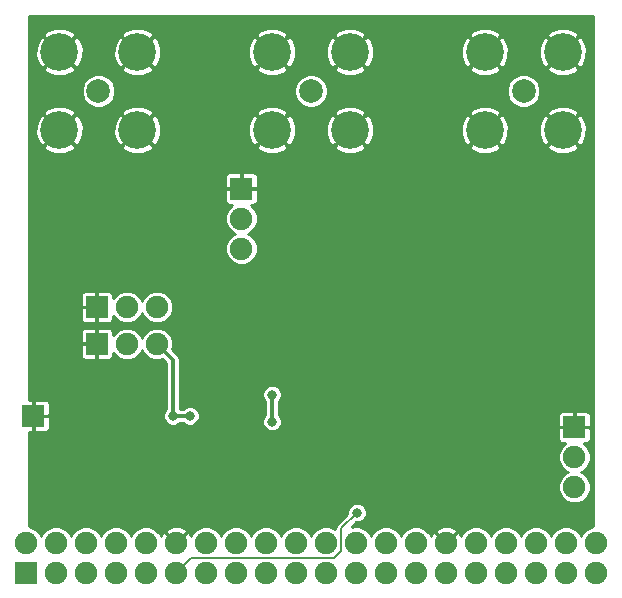
<source format=gbl>
%TF.GenerationSoftware,KiCad,Pcbnew,no-vcs-found-0b1eb56~60~ubuntu16.04.1*%
%TF.CreationDate,2017-11-02T03:22:39+00:00*%
%TF.ProjectId,adcdac,6164636461632E6B696361645F706362,rev?*%
%TF.SameCoordinates,Original*%
%TF.FileFunction,Copper,L2,Bot,Signal*%
%TF.FilePolarity,Positive*%
%FSLAX46Y46*%
G04 Gerber Fmt 4.6, Leading zero omitted, Abs format (unit mm)*
G04 Created by KiCad (PCBNEW no-vcs-found-0b1eb56~60~ubuntu16.04.1) date Thu Nov  2 03:22:39 2017*
%MOMM*%
%LPD*%
G01*
G04 APERTURE LIST*
%TA.AperFunction,ComponentPad*%
%ADD10R,1.900000X1.900000*%
%TD*%
%TA.AperFunction,ComponentPad*%
%ADD11C,1.900000*%
%TD*%
%TA.AperFunction,ViaPad*%
%ADD12C,0.650000*%
%TD*%
%TA.AperFunction,ComponentPad*%
%ADD13C,3.200000*%
%TD*%
%TA.AperFunction,ComponentPad*%
%ADD14C,2.000000*%
%TD*%
%TA.AperFunction,ViaPad*%
%ADD15C,0.800000*%
%TD*%
%TA.AperFunction,Conductor*%
%ADD16C,0.300000*%
%TD*%
%TA.AperFunction,Conductor*%
%ADD17C,0.200000*%
%TD*%
%TA.AperFunction,Conductor*%
%ADD18C,0.250000*%
%TD*%
G04 APERTURE END LIST*
D10*
%TO.P,J6,1*%
%TO.N,GND*%
X76500000Y-138000000D03*
%TD*%
D11*
%TO.P,J4,3*%
%TO.N,/ADC_VDD*%
X86940000Y-128800000D03*
%TO.P,J4,2*%
%TO.N,Net-(IC9-Pad8)*%
X84400000Y-128800000D03*
D10*
%TO.P,J4,1*%
%TO.N,GND*%
X81860000Y-128800000D03*
%TD*%
%TO.P,J3,1*%
%TO.N,GND*%
X81860000Y-131900000D03*
D11*
%TO.P,J3,2*%
%TO.N,Net-(IC9-Pad9)*%
X84400000Y-131900000D03*
%TO.P,J3,3*%
%TO.N,/ADC_VDD*%
X86940000Y-131900000D03*
%TD*%
D12*
%TO.N,GND*%
%TO.C,IC7*%
X101175000Y-138325000D03*
X100225000Y-138325000D03*
X101175000Y-139275000D03*
X100225000Y-139275000D03*
%TD*%
D13*
%TO.P,P2,2*%
%TO.N,GND*%
X78700000Y-107200000D03*
D14*
%TO.P,P2,1*%
%TO.N,Net-(D2-Pad1)*%
X82000000Y-110500000D03*
D13*
%TO.P,P2,2*%
%TO.N,GND*%
X85300000Y-107200000D03*
X78700000Y-113800000D03*
X85300000Y-113800000D03*
%TD*%
%TO.P,P3,2*%
%TO.N,GND*%
X121300000Y-113800000D03*
X114700000Y-113800000D03*
X121300000Y-107200000D03*
D14*
%TO.P,P3,1*%
%TO.N,Net-(D3-Pad1)*%
X118000000Y-110500000D03*
D13*
%TO.P,P3,2*%
%TO.N,GND*%
X114700000Y-107200000D03*
%TD*%
%TO.P,P1,2*%
%TO.N,GND*%
X96700000Y-107200000D03*
D14*
%TO.P,P1,1*%
%TO.N,Net-(D1-Pad1)*%
X100000000Y-110500000D03*
D13*
%TO.P,P1,2*%
%TO.N,GND*%
X103300000Y-107200000D03*
X96700000Y-113800000D03*
X103300000Y-113800000D03*
%TD*%
D10*
%TO.P,J1,1*%
%TO.N,/GPIO0_IN0*%
X75870000Y-151270000D03*
D11*
%TO.P,J1,2*%
%TO.N,/GPIO0_00*%
X75870000Y-148730000D03*
%TO.P,J1,3*%
%TO.N,/GPIO0_IN1*%
X78410000Y-151270000D03*
%TO.P,J1,4*%
%TO.N,/GPIO0_01*%
X78410000Y-148730000D03*
%TO.P,J1,5*%
%TO.N,/GPIO0_02*%
X80950000Y-151270000D03*
%TO.P,J1,6*%
%TO.N,/GPIO0_03*%
X80950000Y-148730000D03*
%TO.P,J1,7*%
%TO.N,/GPIO0_04*%
X83490000Y-151270000D03*
%TO.P,J1,8*%
%TO.N,/GPIO0_05*%
X83490000Y-148730000D03*
%TO.P,J1,9*%
%TO.N,/GPIO0_06*%
X86030000Y-151270000D03*
%TO.P,J1,10*%
%TO.N,/GPIO0_07*%
X86030000Y-148730000D03*
%TO.P,J1,11*%
%TO.N,5v*%
X88570000Y-151270000D03*
%TO.P,J1,12*%
%TO.N,GND*%
X88570000Y-148730000D03*
%TO.P,J1,13*%
%TO.N,/GPIO0_08*%
X91110000Y-151270000D03*
%TO.P,J1,14*%
%TO.N,/GPIO0_09*%
X91110000Y-148730000D03*
%TO.P,J1,15*%
%TO.N,/GPIO0_10*%
X93650000Y-151270000D03*
%TO.P,J1,16*%
%TO.N,/GPIO0_11*%
X93650000Y-148730000D03*
%TO.P,J1,17*%
%TO.N,/GPIO0_12*%
X96190000Y-151270000D03*
%TO.P,J1,18*%
%TO.N,/GPIO0_13*%
X96190000Y-148730000D03*
%TO.P,J1,19*%
%TO.N,/GPIO0_14*%
X98730000Y-151270000D03*
%TO.P,J1,20*%
%TO.N,/GPIO0_15*%
X98730000Y-148730000D03*
%TO.P,J1,21*%
%TO.N,/GPIO0_16*%
X101270000Y-151270000D03*
%TO.P,J1,22*%
%TO.N,/GPIO0_17*%
X101270000Y-148730000D03*
%TO.P,J1,23*%
%TO.N,/GPIO0_18*%
X103810000Y-151270000D03*
%TO.P,J1,24*%
%TO.N,/GPIO0_19*%
X103810000Y-148730000D03*
%TO.P,J1,25*%
%TO.N,/GPIO0_20*%
X106350000Y-151270000D03*
%TO.P,J1,26*%
%TO.N,/GPIO0_21*%
X106350000Y-148730000D03*
%TO.P,J1,27*%
%TO.N,/GPIO0_22*%
X108890000Y-151270000D03*
%TO.P,J1,28*%
%TO.N,/GPIO0_23*%
X108890000Y-148730000D03*
%TO.P,J1,29*%
%TO.N,Net-(J1-Pad29)*%
X111430000Y-151270000D03*
%TO.P,J1,30*%
%TO.N,GND*%
X111430000Y-148730000D03*
%TO.P,J1,31*%
%TO.N,/GPIO0_24*%
X113970000Y-151270000D03*
%TO.P,J1,32*%
%TO.N,/GPIO0_25*%
X113970000Y-148730000D03*
%TO.P,J1,33*%
%TO.N,/GPIO0_26*%
X116510000Y-151270000D03*
%TO.P,J1,34*%
%TO.N,/GPIO0_27*%
X116510000Y-148730000D03*
%TO.P,J1,35*%
%TO.N,/GPIO0_28*%
X119050000Y-151270000D03*
%TO.P,J1,36*%
%TO.N,/GPIO0_29*%
X119050000Y-148730000D03*
%TO.P,J1,37*%
%TO.N,/GPIO0_30*%
X121590000Y-151270000D03*
%TO.P,J1,38*%
%TO.N,/GPIO0_31*%
X121590000Y-148730000D03*
%TO.P,J1,39*%
%TO.N,/GPIO0_32*%
X124130000Y-151270000D03*
%TO.P,J1,40*%
%TO.N,/GPIO0_33*%
X124130000Y-148730000D03*
%TD*%
%TO.P,J2,3*%
%TO.N,/DAC_DVDD*%
X122300000Y-144040000D03*
%TO.P,J2,2*%
%TO.N,Net-(IC5-Pad25)*%
X122300000Y-141500000D03*
D10*
%TO.P,J2,1*%
%TO.N,GND*%
X122300000Y-138960000D03*
%TD*%
%TO.P,J5,1*%
%TO.N,GND*%
X94100000Y-118760000D03*
D11*
%TO.P,J5,2*%
%TO.N,Net-(IC9-Pad4)*%
X94100000Y-121300000D03*
%TO.P,J5,3*%
%TO.N,/ADC_VDD*%
X94100000Y-123840000D03*
%TD*%
D15*
%TO.N,GND*%
X109400000Y-129100000D03*
X109150000Y-142200000D03*
X115400000Y-126350000D03*
X122450000Y-130500000D03*
X122600000Y-125150000D03*
X118450000Y-134750000D03*
X118450000Y-134750000D03*
X112700000Y-135900000D03*
X119350000Y-135350000D03*
X123500000Y-136150000D03*
X103700000Y-128100000D03*
X105600000Y-127900000D03*
X102100000Y-131500000D03*
X79700000Y-136900000D03*
X89250000Y-130550000D03*
X86150000Y-123900000D03*
X80500000Y-118850000D03*
X79000000Y-118850000D03*
X77500000Y-118850000D03*
X79000000Y-125850000D03*
X97950000Y-125850000D03*
X105200000Y-123900000D03*
X99400000Y-118850000D03*
X97900000Y-118850000D03*
X96400000Y-118850000D03*
X108500000Y-135700000D03*
X105700000Y-138600000D03*
X102600000Y-142700000D03*
X102600000Y-139600000D03*
X109300000Y-137700000D03*
X102600000Y-138100000D03*
X95000000Y-134300000D03*
X97900000Y-141300000D03*
X80800000Y-139700000D03*
X90500000Y-145600000D03*
X89700000Y-146200000D03*
X88300000Y-146200000D03*
X87500000Y-145600000D03*
X98100000Y-128100000D03*
X99700000Y-130600000D03*
X85500000Y-135800000D03*
X92500000Y-135800000D03*
X91700000Y-139100000D03*
X86400000Y-139100000D03*
X112100000Y-139500000D03*
X116000000Y-139500000D03*
X118600000Y-139500000D03*
X120100000Y-143900000D03*
%TO.N,/ADC_VDD*%
X88300001Y-138000000D03*
X89750001Y-138000000D03*
X96700000Y-136200000D03*
X96700000Y-138500000D03*
%TO.N,5v*%
X103900000Y-146200000D03*
%TD*%
D16*
%TO.N,/ADC_VDD*%
X86940000Y-131900000D02*
X88300001Y-133260001D01*
X88300001Y-133260001D02*
X88300001Y-138000000D01*
X89750001Y-138000000D02*
X88300001Y-138000000D01*
X96700000Y-138500000D02*
X96700000Y-136200000D01*
D17*
%TO.N,5v*%
X101980001Y-150019999D02*
X102559999Y-149440001D01*
X102559999Y-149440001D02*
X102559999Y-147540001D01*
X102559999Y-147540001D02*
X103900000Y-146200000D01*
X89820001Y-150019999D02*
X101980001Y-150019999D01*
X88570000Y-151270000D02*
X89820001Y-150019999D01*
%TD*%
D18*
%TO.N,GND*%
G36*
X123875000Y-147354777D02*
X123857695Y-147354762D01*
X123352143Y-147563652D01*
X122965011Y-147950108D01*
X122860001Y-148203001D01*
X122756348Y-147952143D01*
X122369892Y-147565011D01*
X121864704Y-147355239D01*
X121317695Y-147354762D01*
X120812143Y-147563652D01*
X120425011Y-147950108D01*
X120320001Y-148203001D01*
X120216348Y-147952143D01*
X119829892Y-147565011D01*
X119324704Y-147355239D01*
X118777695Y-147354762D01*
X118272143Y-147563652D01*
X117885011Y-147950108D01*
X117780001Y-148203001D01*
X117676348Y-147952143D01*
X117289892Y-147565011D01*
X116784704Y-147355239D01*
X116237695Y-147354762D01*
X115732143Y-147563652D01*
X115345011Y-147950108D01*
X115240001Y-148203001D01*
X115136348Y-147952143D01*
X114749892Y-147565011D01*
X114244704Y-147355239D01*
X113697695Y-147354762D01*
X113192143Y-147563652D01*
X112805011Y-147950108D01*
X112700186Y-148202556D01*
X112612097Y-147976290D01*
X112578706Y-147926318D01*
X112363697Y-147831658D01*
X111465355Y-148730000D01*
X111479498Y-148744143D01*
X111444143Y-148779498D01*
X111430000Y-148765355D01*
X111415858Y-148779498D01*
X111380503Y-148744143D01*
X111394645Y-148730000D01*
X110496303Y-147831658D01*
X110281294Y-147926318D01*
X110159843Y-148202620D01*
X110056348Y-147952143D01*
X109900781Y-147796303D01*
X110531658Y-147796303D01*
X111430000Y-148694645D01*
X112328342Y-147796303D01*
X112233682Y-147581294D01*
X111732915Y-147361178D01*
X111186031Y-147349453D01*
X110676290Y-147547903D01*
X110626318Y-147581294D01*
X110531658Y-147796303D01*
X109900781Y-147796303D01*
X109669892Y-147565011D01*
X109164704Y-147355239D01*
X108617695Y-147354762D01*
X108112143Y-147563652D01*
X107725011Y-147950108D01*
X107620001Y-148203001D01*
X107516348Y-147952143D01*
X107129892Y-147565011D01*
X106624704Y-147355239D01*
X106077695Y-147354762D01*
X105572143Y-147563652D01*
X105185011Y-147950108D01*
X105080001Y-148203001D01*
X104976348Y-147952143D01*
X104589892Y-147565011D01*
X104084704Y-147355239D01*
X103537695Y-147354762D01*
X103452497Y-147389965D01*
X103817533Y-147024929D01*
X104063383Y-147025143D01*
X104366715Y-146899809D01*
X104598993Y-146667935D01*
X104724857Y-146364823D01*
X104725143Y-146036617D01*
X104599809Y-145733285D01*
X104367935Y-145501007D01*
X104064823Y-145375143D01*
X103736617Y-145374857D01*
X103433285Y-145500191D01*
X103201007Y-145732065D01*
X103075143Y-146035177D01*
X103074927Y-146282611D01*
X102188768Y-147168770D01*
X102074962Y-147339092D01*
X102034999Y-147540001D01*
X102034999Y-147558827D01*
X101544704Y-147355239D01*
X100997695Y-147354762D01*
X100492143Y-147563652D01*
X100105011Y-147950108D01*
X100000001Y-148203001D01*
X99896348Y-147952143D01*
X99509892Y-147565011D01*
X99004704Y-147355239D01*
X98457695Y-147354762D01*
X97952143Y-147563652D01*
X97565011Y-147950108D01*
X97460001Y-148203001D01*
X97356348Y-147952143D01*
X96969892Y-147565011D01*
X96464704Y-147355239D01*
X95917695Y-147354762D01*
X95412143Y-147563652D01*
X95025011Y-147950108D01*
X94920001Y-148203001D01*
X94816348Y-147952143D01*
X94429892Y-147565011D01*
X93924704Y-147355239D01*
X93377695Y-147354762D01*
X92872143Y-147563652D01*
X92485011Y-147950108D01*
X92380001Y-148203001D01*
X92276348Y-147952143D01*
X91889892Y-147565011D01*
X91384704Y-147355239D01*
X90837695Y-147354762D01*
X90332143Y-147563652D01*
X89945011Y-147950108D01*
X89840186Y-148202556D01*
X89752097Y-147976290D01*
X89718706Y-147926318D01*
X89503697Y-147831658D01*
X88605355Y-148730000D01*
X88619498Y-148744143D01*
X88584143Y-148779498D01*
X88570000Y-148765355D01*
X88555858Y-148779498D01*
X88520503Y-148744143D01*
X88534645Y-148730000D01*
X87636303Y-147831658D01*
X87421294Y-147926318D01*
X87299843Y-148202620D01*
X87196348Y-147952143D01*
X87040781Y-147796303D01*
X87671658Y-147796303D01*
X88570000Y-148694645D01*
X89468342Y-147796303D01*
X89373682Y-147581294D01*
X88872915Y-147361178D01*
X88326031Y-147349453D01*
X87816290Y-147547903D01*
X87766318Y-147581294D01*
X87671658Y-147796303D01*
X87040781Y-147796303D01*
X86809892Y-147565011D01*
X86304704Y-147355239D01*
X85757695Y-147354762D01*
X85252143Y-147563652D01*
X84865011Y-147950108D01*
X84760001Y-148203001D01*
X84656348Y-147952143D01*
X84269892Y-147565011D01*
X83764704Y-147355239D01*
X83217695Y-147354762D01*
X82712143Y-147563652D01*
X82325011Y-147950108D01*
X82220001Y-148203001D01*
X82116348Y-147952143D01*
X81729892Y-147565011D01*
X81224704Y-147355239D01*
X80677695Y-147354762D01*
X80172143Y-147563652D01*
X79785011Y-147950108D01*
X79680001Y-148203001D01*
X79576348Y-147952143D01*
X79189892Y-147565011D01*
X78684704Y-147355239D01*
X78137695Y-147354762D01*
X77632143Y-147563652D01*
X77245011Y-147950108D01*
X77140001Y-148203001D01*
X77036348Y-147952143D01*
X76649892Y-147565011D01*
X76144704Y-147355239D01*
X76125000Y-147355222D01*
X76125000Y-141772305D01*
X120924762Y-141772305D01*
X121133652Y-142277857D01*
X121520108Y-142664989D01*
X121773001Y-142769999D01*
X121522143Y-142873652D01*
X121135011Y-143260108D01*
X120925239Y-143765296D01*
X120924762Y-144312305D01*
X121133652Y-144817857D01*
X121520108Y-145204989D01*
X122025296Y-145414761D01*
X122572305Y-145415238D01*
X123077857Y-145206348D01*
X123464989Y-144819892D01*
X123674761Y-144314704D01*
X123675238Y-143767695D01*
X123466348Y-143262143D01*
X123079892Y-142875011D01*
X122826999Y-142770001D01*
X123077857Y-142666348D01*
X123464989Y-142279892D01*
X123674761Y-141774704D01*
X123675238Y-141227695D01*
X123466348Y-140722143D01*
X123079892Y-140335011D01*
X123079866Y-140335000D01*
X123334538Y-140335000D01*
X123490743Y-140270298D01*
X123610298Y-140150743D01*
X123675000Y-139994538D01*
X123675000Y-139091250D01*
X123568750Y-138985000D01*
X122325000Y-138985000D01*
X122325000Y-139005000D01*
X122275000Y-139005000D01*
X122275000Y-138985000D01*
X121031250Y-138985000D01*
X120925000Y-139091250D01*
X120925000Y-139994538D01*
X120989702Y-140150743D01*
X121109257Y-140270298D01*
X121265462Y-140335000D01*
X121520793Y-140335000D01*
X121135011Y-140720108D01*
X120925239Y-141225296D01*
X120924762Y-141772305D01*
X76125000Y-141772305D01*
X76125000Y-139375000D01*
X76368750Y-139375000D01*
X76475000Y-139268750D01*
X76475000Y-138025000D01*
X76525000Y-138025000D01*
X76525000Y-139268750D01*
X76631250Y-139375000D01*
X77534538Y-139375000D01*
X77690743Y-139310298D01*
X77810298Y-139190743D01*
X77875000Y-139034538D01*
X77875000Y-138131250D01*
X77768750Y-138025000D01*
X76525000Y-138025000D01*
X76475000Y-138025000D01*
X76455000Y-138025000D01*
X76455000Y-137975000D01*
X76475000Y-137975000D01*
X76475000Y-136731250D01*
X76525000Y-136731250D01*
X76525000Y-137975000D01*
X77768750Y-137975000D01*
X77875000Y-137868750D01*
X77875000Y-136965462D01*
X77810298Y-136809257D01*
X77690743Y-136689702D01*
X77534538Y-136625000D01*
X76631250Y-136625000D01*
X76525000Y-136731250D01*
X76475000Y-136731250D01*
X76368750Y-136625000D01*
X76125000Y-136625000D01*
X76125000Y-132031250D01*
X80485000Y-132031250D01*
X80485000Y-132934538D01*
X80549702Y-133090743D01*
X80669257Y-133210298D01*
X80825462Y-133275000D01*
X81728750Y-133275000D01*
X81835000Y-133168750D01*
X81835000Y-131925000D01*
X80591250Y-131925000D01*
X80485000Y-132031250D01*
X76125000Y-132031250D01*
X76125000Y-130865462D01*
X80485000Y-130865462D01*
X80485000Y-131768750D01*
X80591250Y-131875000D01*
X81835000Y-131875000D01*
X81835000Y-130631250D01*
X81885000Y-130631250D01*
X81885000Y-131875000D01*
X81905000Y-131875000D01*
X81905000Y-131925000D01*
X81885000Y-131925000D01*
X81885000Y-133168750D01*
X81991250Y-133275000D01*
X82894538Y-133275000D01*
X83050743Y-133210298D01*
X83170298Y-133090743D01*
X83235000Y-132934538D01*
X83235000Y-132679207D01*
X83620108Y-133064989D01*
X84125296Y-133274761D01*
X84672305Y-133275238D01*
X85177857Y-133066348D01*
X85564989Y-132679892D01*
X85669999Y-132426999D01*
X85773652Y-132677857D01*
X86160108Y-133064989D01*
X86665296Y-133274761D01*
X87212305Y-133275238D01*
X87417345Y-133190517D01*
X87725001Y-133498173D01*
X87725001Y-137408288D01*
X87601008Y-137532065D01*
X87475144Y-137835177D01*
X87474858Y-138163383D01*
X87600192Y-138466715D01*
X87832066Y-138698993D01*
X88135178Y-138824857D01*
X88463384Y-138825143D01*
X88766716Y-138699809D01*
X88891742Y-138575000D01*
X89158289Y-138575000D01*
X89282066Y-138698993D01*
X89585178Y-138824857D01*
X89913384Y-138825143D01*
X90216716Y-138699809D01*
X90448994Y-138467935D01*
X90574858Y-138164823D01*
X90575144Y-137836617D01*
X90449810Y-137533285D01*
X90217936Y-137301007D01*
X89914824Y-137175143D01*
X89586618Y-137174857D01*
X89283286Y-137300191D01*
X89158260Y-137425000D01*
X88891713Y-137425000D01*
X88875001Y-137408259D01*
X88875001Y-136363383D01*
X95874857Y-136363383D01*
X96000191Y-136666715D01*
X96125000Y-136791741D01*
X96125000Y-137908288D01*
X96001007Y-138032065D01*
X95875143Y-138335177D01*
X95874857Y-138663383D01*
X96000191Y-138966715D01*
X96232065Y-139198993D01*
X96535177Y-139324857D01*
X96863383Y-139325143D01*
X97166715Y-139199809D01*
X97398993Y-138967935D01*
X97524857Y-138664823D01*
X97525143Y-138336617D01*
X97399809Y-138033285D01*
X97292174Y-137925462D01*
X120925000Y-137925462D01*
X120925000Y-138828750D01*
X121031250Y-138935000D01*
X122275000Y-138935000D01*
X122275000Y-137691250D01*
X122325000Y-137691250D01*
X122325000Y-138935000D01*
X123568750Y-138935000D01*
X123675000Y-138828750D01*
X123675000Y-137925462D01*
X123610298Y-137769257D01*
X123490743Y-137649702D01*
X123334538Y-137585000D01*
X122431250Y-137585000D01*
X122325000Y-137691250D01*
X122275000Y-137691250D01*
X122168750Y-137585000D01*
X121265462Y-137585000D01*
X121109257Y-137649702D01*
X120989702Y-137769257D01*
X120925000Y-137925462D01*
X97292174Y-137925462D01*
X97275000Y-137908259D01*
X97275000Y-136791712D01*
X97398993Y-136667935D01*
X97524857Y-136364823D01*
X97525143Y-136036617D01*
X97399809Y-135733285D01*
X97167935Y-135501007D01*
X96864823Y-135375143D01*
X96536617Y-135374857D01*
X96233285Y-135500191D01*
X96001007Y-135732065D01*
X95875143Y-136035177D01*
X95874857Y-136363383D01*
X88875001Y-136363383D01*
X88875001Y-133260001D01*
X88831232Y-133039958D01*
X88706587Y-132853415D01*
X88230588Y-132377416D01*
X88314761Y-132174704D01*
X88315238Y-131627695D01*
X88106348Y-131122143D01*
X87719892Y-130735011D01*
X87214704Y-130525239D01*
X86667695Y-130524762D01*
X86162143Y-130733652D01*
X85775011Y-131120108D01*
X85670001Y-131373001D01*
X85566348Y-131122143D01*
X85179892Y-130735011D01*
X84674704Y-130525239D01*
X84127695Y-130524762D01*
X83622143Y-130733652D01*
X83235011Y-131120108D01*
X83235000Y-131120134D01*
X83235000Y-130865462D01*
X83170298Y-130709257D01*
X83050743Y-130589702D01*
X82894538Y-130525000D01*
X81991250Y-130525000D01*
X81885000Y-130631250D01*
X81835000Y-130631250D01*
X81728750Y-130525000D01*
X80825462Y-130525000D01*
X80669257Y-130589702D01*
X80549702Y-130709257D01*
X80485000Y-130865462D01*
X76125000Y-130865462D01*
X76125000Y-128931250D01*
X80485000Y-128931250D01*
X80485000Y-129834538D01*
X80549702Y-129990743D01*
X80669257Y-130110298D01*
X80825462Y-130175000D01*
X81728750Y-130175000D01*
X81835000Y-130068750D01*
X81835000Y-128825000D01*
X80591250Y-128825000D01*
X80485000Y-128931250D01*
X76125000Y-128931250D01*
X76125000Y-127765462D01*
X80485000Y-127765462D01*
X80485000Y-128668750D01*
X80591250Y-128775000D01*
X81835000Y-128775000D01*
X81835000Y-127531250D01*
X81885000Y-127531250D01*
X81885000Y-128775000D01*
X81905000Y-128775000D01*
X81905000Y-128825000D01*
X81885000Y-128825000D01*
X81885000Y-130068750D01*
X81991250Y-130175000D01*
X82894538Y-130175000D01*
X83050743Y-130110298D01*
X83170298Y-129990743D01*
X83235000Y-129834538D01*
X83235000Y-129579207D01*
X83620108Y-129964989D01*
X84125296Y-130174761D01*
X84672305Y-130175238D01*
X85177857Y-129966348D01*
X85564989Y-129579892D01*
X85669999Y-129326999D01*
X85773652Y-129577857D01*
X86160108Y-129964989D01*
X86665296Y-130174761D01*
X87212305Y-130175238D01*
X87717857Y-129966348D01*
X88104989Y-129579892D01*
X88314761Y-129074704D01*
X88315238Y-128527695D01*
X88106348Y-128022143D01*
X87719892Y-127635011D01*
X87214704Y-127425239D01*
X86667695Y-127424762D01*
X86162143Y-127633652D01*
X85775011Y-128020108D01*
X85670001Y-128273001D01*
X85566348Y-128022143D01*
X85179892Y-127635011D01*
X84674704Y-127425239D01*
X84127695Y-127424762D01*
X83622143Y-127633652D01*
X83235011Y-128020108D01*
X83235000Y-128020134D01*
X83235000Y-127765462D01*
X83170298Y-127609257D01*
X83050743Y-127489702D01*
X82894538Y-127425000D01*
X81991250Y-127425000D01*
X81885000Y-127531250D01*
X81835000Y-127531250D01*
X81728750Y-127425000D01*
X80825462Y-127425000D01*
X80669257Y-127489702D01*
X80549702Y-127609257D01*
X80485000Y-127765462D01*
X76125000Y-127765462D01*
X76125000Y-121572305D01*
X92724762Y-121572305D01*
X92933652Y-122077857D01*
X93320108Y-122464989D01*
X93573001Y-122569999D01*
X93322143Y-122673652D01*
X92935011Y-123060108D01*
X92725239Y-123565296D01*
X92724762Y-124112305D01*
X92933652Y-124617857D01*
X93320108Y-125004989D01*
X93825296Y-125214761D01*
X94372305Y-125215238D01*
X94877857Y-125006348D01*
X95264989Y-124619892D01*
X95474761Y-124114704D01*
X95475238Y-123567695D01*
X95266348Y-123062143D01*
X94879892Y-122675011D01*
X94626999Y-122570001D01*
X94877857Y-122466348D01*
X95264989Y-122079892D01*
X95474761Y-121574704D01*
X95475238Y-121027695D01*
X95266348Y-120522143D01*
X94879892Y-120135011D01*
X94879866Y-120135000D01*
X95134538Y-120135000D01*
X95290743Y-120070298D01*
X95410298Y-119950743D01*
X95475000Y-119794538D01*
X95475000Y-118891250D01*
X95368750Y-118785000D01*
X94125000Y-118785000D01*
X94125000Y-118805000D01*
X94075000Y-118805000D01*
X94075000Y-118785000D01*
X92831250Y-118785000D01*
X92725000Y-118891250D01*
X92725000Y-119794538D01*
X92789702Y-119950743D01*
X92909257Y-120070298D01*
X93065462Y-120135000D01*
X93320793Y-120135000D01*
X92935011Y-120520108D01*
X92725239Y-121025296D01*
X92724762Y-121572305D01*
X76125000Y-121572305D01*
X76125000Y-117725462D01*
X92725000Y-117725462D01*
X92725000Y-118628750D01*
X92831250Y-118735000D01*
X94075000Y-118735000D01*
X94075000Y-117491250D01*
X94125000Y-117491250D01*
X94125000Y-118735000D01*
X95368750Y-118735000D01*
X95475000Y-118628750D01*
X95475000Y-117725462D01*
X95410298Y-117569257D01*
X95290743Y-117449702D01*
X95134538Y-117385000D01*
X94231250Y-117385000D01*
X94125000Y-117491250D01*
X94075000Y-117491250D01*
X93968750Y-117385000D01*
X93065462Y-117385000D01*
X92909257Y-117449702D01*
X92789702Y-117569257D01*
X92725000Y-117725462D01*
X76125000Y-117725462D01*
X76125000Y-115202378D01*
X77332977Y-115202378D01*
X77506730Y-115484927D01*
X78242356Y-115813314D01*
X79047654Y-115835193D01*
X79800025Y-115547231D01*
X79893270Y-115484927D01*
X80067023Y-115202378D01*
X83932977Y-115202378D01*
X84106730Y-115484927D01*
X84842356Y-115813314D01*
X85647654Y-115835193D01*
X86400025Y-115547231D01*
X86493270Y-115484927D01*
X86667023Y-115202378D01*
X95332977Y-115202378D01*
X95506730Y-115484927D01*
X96242356Y-115813314D01*
X97047654Y-115835193D01*
X97800025Y-115547231D01*
X97893270Y-115484927D01*
X98067023Y-115202378D01*
X101932977Y-115202378D01*
X102106730Y-115484927D01*
X102842356Y-115813314D01*
X103647654Y-115835193D01*
X104400025Y-115547231D01*
X104493270Y-115484927D01*
X104667023Y-115202378D01*
X113332977Y-115202378D01*
X113506730Y-115484927D01*
X114242356Y-115813314D01*
X115047654Y-115835193D01*
X115800025Y-115547231D01*
X115893270Y-115484927D01*
X116067023Y-115202378D01*
X119932977Y-115202378D01*
X120106730Y-115484927D01*
X120842356Y-115813314D01*
X121647654Y-115835193D01*
X122400025Y-115547231D01*
X122493270Y-115484927D01*
X122667023Y-115202378D01*
X121300000Y-113835355D01*
X119932977Y-115202378D01*
X116067023Y-115202378D01*
X114700000Y-113835355D01*
X113332977Y-115202378D01*
X104667023Y-115202378D01*
X103300000Y-113835355D01*
X101932977Y-115202378D01*
X98067023Y-115202378D01*
X96700000Y-113835355D01*
X95332977Y-115202378D01*
X86667023Y-115202378D01*
X85300000Y-113835355D01*
X83932977Y-115202378D01*
X80067023Y-115202378D01*
X78700000Y-113835355D01*
X77332977Y-115202378D01*
X76125000Y-115202378D01*
X76125000Y-114147654D01*
X76664807Y-114147654D01*
X76952769Y-114900025D01*
X77015073Y-114993270D01*
X77297622Y-115167023D01*
X78664645Y-113800000D01*
X78735355Y-113800000D01*
X80102378Y-115167023D01*
X80384927Y-114993270D01*
X80713314Y-114257644D01*
X80716302Y-114147654D01*
X83264807Y-114147654D01*
X83552769Y-114900025D01*
X83615073Y-114993270D01*
X83897622Y-115167023D01*
X85264645Y-113800000D01*
X85335355Y-113800000D01*
X86702378Y-115167023D01*
X86984927Y-114993270D01*
X87313314Y-114257644D01*
X87316302Y-114147654D01*
X94664807Y-114147654D01*
X94952769Y-114900025D01*
X95015073Y-114993270D01*
X95297622Y-115167023D01*
X96664645Y-113800000D01*
X96735355Y-113800000D01*
X98102378Y-115167023D01*
X98384927Y-114993270D01*
X98713314Y-114257644D01*
X98716302Y-114147654D01*
X101264807Y-114147654D01*
X101552769Y-114900025D01*
X101615073Y-114993270D01*
X101897622Y-115167023D01*
X103264645Y-113800000D01*
X103335355Y-113800000D01*
X104702378Y-115167023D01*
X104984927Y-114993270D01*
X105313314Y-114257644D01*
X105316302Y-114147654D01*
X112664807Y-114147654D01*
X112952769Y-114900025D01*
X113015073Y-114993270D01*
X113297622Y-115167023D01*
X114664645Y-113800000D01*
X114735355Y-113800000D01*
X116102378Y-115167023D01*
X116384927Y-114993270D01*
X116713314Y-114257644D01*
X116716302Y-114147654D01*
X119264807Y-114147654D01*
X119552769Y-114900025D01*
X119615073Y-114993270D01*
X119897622Y-115167023D01*
X121264645Y-113800000D01*
X121335355Y-113800000D01*
X122702378Y-115167023D01*
X122984927Y-114993270D01*
X123313314Y-114257644D01*
X123335193Y-113452346D01*
X123047231Y-112699975D01*
X122984927Y-112606730D01*
X122702378Y-112432977D01*
X121335355Y-113800000D01*
X121264645Y-113800000D01*
X119897622Y-112432977D01*
X119615073Y-112606730D01*
X119286686Y-113342356D01*
X119264807Y-114147654D01*
X116716302Y-114147654D01*
X116735193Y-113452346D01*
X116447231Y-112699975D01*
X116384927Y-112606730D01*
X116102378Y-112432977D01*
X114735355Y-113800000D01*
X114664645Y-113800000D01*
X113297622Y-112432977D01*
X113015073Y-112606730D01*
X112686686Y-113342356D01*
X112664807Y-114147654D01*
X105316302Y-114147654D01*
X105335193Y-113452346D01*
X105047231Y-112699975D01*
X104984927Y-112606730D01*
X104702378Y-112432977D01*
X103335355Y-113800000D01*
X103264645Y-113800000D01*
X101897622Y-112432977D01*
X101615073Y-112606730D01*
X101286686Y-113342356D01*
X101264807Y-114147654D01*
X98716302Y-114147654D01*
X98735193Y-113452346D01*
X98447231Y-112699975D01*
X98384927Y-112606730D01*
X98102378Y-112432977D01*
X96735355Y-113800000D01*
X96664645Y-113800000D01*
X95297622Y-112432977D01*
X95015073Y-112606730D01*
X94686686Y-113342356D01*
X94664807Y-114147654D01*
X87316302Y-114147654D01*
X87335193Y-113452346D01*
X87047231Y-112699975D01*
X86984927Y-112606730D01*
X86702378Y-112432977D01*
X85335355Y-113800000D01*
X85264645Y-113800000D01*
X83897622Y-112432977D01*
X83615073Y-112606730D01*
X83286686Y-113342356D01*
X83264807Y-114147654D01*
X80716302Y-114147654D01*
X80735193Y-113452346D01*
X80447231Y-112699975D01*
X80384927Y-112606730D01*
X80102378Y-112432977D01*
X78735355Y-113800000D01*
X78664645Y-113800000D01*
X77297622Y-112432977D01*
X77015073Y-112606730D01*
X76686686Y-113342356D01*
X76664807Y-114147654D01*
X76125000Y-114147654D01*
X76125000Y-112397622D01*
X77332977Y-112397622D01*
X78700000Y-113764645D01*
X80067023Y-112397622D01*
X83932977Y-112397622D01*
X85300000Y-113764645D01*
X86667023Y-112397622D01*
X95332977Y-112397622D01*
X96700000Y-113764645D01*
X98067023Y-112397622D01*
X101932977Y-112397622D01*
X103300000Y-113764645D01*
X104667023Y-112397622D01*
X113332977Y-112397622D01*
X114700000Y-113764645D01*
X116067023Y-112397622D01*
X119932977Y-112397622D01*
X121300000Y-113764645D01*
X122667023Y-112397622D01*
X122493270Y-112115073D01*
X121757644Y-111786686D01*
X120952346Y-111764807D01*
X120199975Y-112052769D01*
X120106730Y-112115073D01*
X119932977Y-112397622D01*
X116067023Y-112397622D01*
X115893270Y-112115073D01*
X115157644Y-111786686D01*
X114352346Y-111764807D01*
X113599975Y-112052769D01*
X113506730Y-112115073D01*
X113332977Y-112397622D01*
X104667023Y-112397622D01*
X104493270Y-112115073D01*
X103757644Y-111786686D01*
X102952346Y-111764807D01*
X102199975Y-112052769D01*
X102106730Y-112115073D01*
X101932977Y-112397622D01*
X98067023Y-112397622D01*
X97893270Y-112115073D01*
X97157644Y-111786686D01*
X96352346Y-111764807D01*
X95599975Y-112052769D01*
X95506730Y-112115073D01*
X95332977Y-112397622D01*
X86667023Y-112397622D01*
X86493270Y-112115073D01*
X85757644Y-111786686D01*
X84952346Y-111764807D01*
X84199975Y-112052769D01*
X84106730Y-112115073D01*
X83932977Y-112397622D01*
X80067023Y-112397622D01*
X79893270Y-112115073D01*
X79157644Y-111786686D01*
X78352346Y-111764807D01*
X77599975Y-112052769D01*
X77506730Y-112115073D01*
X77332977Y-112397622D01*
X76125000Y-112397622D01*
X76125000Y-110782206D01*
X80574754Y-110782206D01*
X80791240Y-111306143D01*
X81191749Y-111707351D01*
X81715307Y-111924752D01*
X82282206Y-111925246D01*
X82806143Y-111708760D01*
X83207351Y-111308251D01*
X83424752Y-110784693D01*
X83424754Y-110782206D01*
X98574754Y-110782206D01*
X98791240Y-111306143D01*
X99191749Y-111707351D01*
X99715307Y-111924752D01*
X100282206Y-111925246D01*
X100806143Y-111708760D01*
X101207351Y-111308251D01*
X101424752Y-110784693D01*
X101424754Y-110782206D01*
X116574754Y-110782206D01*
X116791240Y-111306143D01*
X117191749Y-111707351D01*
X117715307Y-111924752D01*
X118282206Y-111925246D01*
X118806143Y-111708760D01*
X119207351Y-111308251D01*
X119424752Y-110784693D01*
X119425246Y-110217794D01*
X119208760Y-109693857D01*
X118808251Y-109292649D01*
X118284693Y-109075248D01*
X117717794Y-109074754D01*
X117193857Y-109291240D01*
X116792649Y-109691749D01*
X116575248Y-110215307D01*
X116574754Y-110782206D01*
X101424754Y-110782206D01*
X101425246Y-110217794D01*
X101208760Y-109693857D01*
X100808251Y-109292649D01*
X100284693Y-109075248D01*
X99717794Y-109074754D01*
X99193857Y-109291240D01*
X98792649Y-109691749D01*
X98575248Y-110215307D01*
X98574754Y-110782206D01*
X83424754Y-110782206D01*
X83425246Y-110217794D01*
X83208760Y-109693857D01*
X82808251Y-109292649D01*
X82284693Y-109075248D01*
X81717794Y-109074754D01*
X81193857Y-109291240D01*
X80792649Y-109691749D01*
X80575248Y-110215307D01*
X80574754Y-110782206D01*
X76125000Y-110782206D01*
X76125000Y-108602378D01*
X77332977Y-108602378D01*
X77506730Y-108884927D01*
X78242356Y-109213314D01*
X79047654Y-109235193D01*
X79800025Y-108947231D01*
X79893270Y-108884927D01*
X80067023Y-108602378D01*
X83932977Y-108602378D01*
X84106730Y-108884927D01*
X84842356Y-109213314D01*
X85647654Y-109235193D01*
X86400025Y-108947231D01*
X86493270Y-108884927D01*
X86667023Y-108602378D01*
X95332977Y-108602378D01*
X95506730Y-108884927D01*
X96242356Y-109213314D01*
X97047654Y-109235193D01*
X97800025Y-108947231D01*
X97893270Y-108884927D01*
X98067023Y-108602378D01*
X101932977Y-108602378D01*
X102106730Y-108884927D01*
X102842356Y-109213314D01*
X103647654Y-109235193D01*
X104400025Y-108947231D01*
X104493270Y-108884927D01*
X104667023Y-108602378D01*
X113332977Y-108602378D01*
X113506730Y-108884927D01*
X114242356Y-109213314D01*
X115047654Y-109235193D01*
X115800025Y-108947231D01*
X115893270Y-108884927D01*
X116067023Y-108602378D01*
X119932977Y-108602378D01*
X120106730Y-108884927D01*
X120842356Y-109213314D01*
X121647654Y-109235193D01*
X122400025Y-108947231D01*
X122493270Y-108884927D01*
X122667023Y-108602378D01*
X121300000Y-107235355D01*
X119932977Y-108602378D01*
X116067023Y-108602378D01*
X114700000Y-107235355D01*
X113332977Y-108602378D01*
X104667023Y-108602378D01*
X103300000Y-107235355D01*
X101932977Y-108602378D01*
X98067023Y-108602378D01*
X96700000Y-107235355D01*
X95332977Y-108602378D01*
X86667023Y-108602378D01*
X85300000Y-107235355D01*
X83932977Y-108602378D01*
X80067023Y-108602378D01*
X78700000Y-107235355D01*
X77332977Y-108602378D01*
X76125000Y-108602378D01*
X76125000Y-107547654D01*
X76664807Y-107547654D01*
X76952769Y-108300025D01*
X77015073Y-108393270D01*
X77297622Y-108567023D01*
X78664645Y-107200000D01*
X78735355Y-107200000D01*
X80102378Y-108567023D01*
X80384927Y-108393270D01*
X80713314Y-107657644D01*
X80716302Y-107547654D01*
X83264807Y-107547654D01*
X83552769Y-108300025D01*
X83615073Y-108393270D01*
X83897622Y-108567023D01*
X85264645Y-107200000D01*
X85335355Y-107200000D01*
X86702378Y-108567023D01*
X86984927Y-108393270D01*
X87313314Y-107657644D01*
X87316302Y-107547654D01*
X94664807Y-107547654D01*
X94952769Y-108300025D01*
X95015073Y-108393270D01*
X95297622Y-108567023D01*
X96664645Y-107200000D01*
X96735355Y-107200000D01*
X98102378Y-108567023D01*
X98384927Y-108393270D01*
X98713314Y-107657644D01*
X98716302Y-107547654D01*
X101264807Y-107547654D01*
X101552769Y-108300025D01*
X101615073Y-108393270D01*
X101897622Y-108567023D01*
X103264645Y-107200000D01*
X103335355Y-107200000D01*
X104702378Y-108567023D01*
X104984927Y-108393270D01*
X105313314Y-107657644D01*
X105316302Y-107547654D01*
X112664807Y-107547654D01*
X112952769Y-108300025D01*
X113015073Y-108393270D01*
X113297622Y-108567023D01*
X114664645Y-107200000D01*
X114735355Y-107200000D01*
X116102378Y-108567023D01*
X116384927Y-108393270D01*
X116713314Y-107657644D01*
X116716302Y-107547654D01*
X119264807Y-107547654D01*
X119552769Y-108300025D01*
X119615073Y-108393270D01*
X119897622Y-108567023D01*
X121264645Y-107200000D01*
X121335355Y-107200000D01*
X122702378Y-108567023D01*
X122984927Y-108393270D01*
X123313314Y-107657644D01*
X123335193Y-106852346D01*
X123047231Y-106099975D01*
X122984927Y-106006730D01*
X122702378Y-105832977D01*
X121335355Y-107200000D01*
X121264645Y-107200000D01*
X119897622Y-105832977D01*
X119615073Y-106006730D01*
X119286686Y-106742356D01*
X119264807Y-107547654D01*
X116716302Y-107547654D01*
X116735193Y-106852346D01*
X116447231Y-106099975D01*
X116384927Y-106006730D01*
X116102378Y-105832977D01*
X114735355Y-107200000D01*
X114664645Y-107200000D01*
X113297622Y-105832977D01*
X113015073Y-106006730D01*
X112686686Y-106742356D01*
X112664807Y-107547654D01*
X105316302Y-107547654D01*
X105335193Y-106852346D01*
X105047231Y-106099975D01*
X104984927Y-106006730D01*
X104702378Y-105832977D01*
X103335355Y-107200000D01*
X103264645Y-107200000D01*
X101897622Y-105832977D01*
X101615073Y-106006730D01*
X101286686Y-106742356D01*
X101264807Y-107547654D01*
X98716302Y-107547654D01*
X98735193Y-106852346D01*
X98447231Y-106099975D01*
X98384927Y-106006730D01*
X98102378Y-105832977D01*
X96735355Y-107200000D01*
X96664645Y-107200000D01*
X95297622Y-105832977D01*
X95015073Y-106006730D01*
X94686686Y-106742356D01*
X94664807Y-107547654D01*
X87316302Y-107547654D01*
X87335193Y-106852346D01*
X87047231Y-106099975D01*
X86984927Y-106006730D01*
X86702378Y-105832977D01*
X85335355Y-107200000D01*
X85264645Y-107200000D01*
X83897622Y-105832977D01*
X83615073Y-106006730D01*
X83286686Y-106742356D01*
X83264807Y-107547654D01*
X80716302Y-107547654D01*
X80735193Y-106852346D01*
X80447231Y-106099975D01*
X80384927Y-106006730D01*
X80102378Y-105832977D01*
X78735355Y-107200000D01*
X78664645Y-107200000D01*
X77297622Y-105832977D01*
X77015073Y-106006730D01*
X76686686Y-106742356D01*
X76664807Y-107547654D01*
X76125000Y-107547654D01*
X76125000Y-105797622D01*
X77332977Y-105797622D01*
X78700000Y-107164645D01*
X80067023Y-105797622D01*
X83932977Y-105797622D01*
X85300000Y-107164645D01*
X86667023Y-105797622D01*
X95332977Y-105797622D01*
X96700000Y-107164645D01*
X98067023Y-105797622D01*
X101932977Y-105797622D01*
X103300000Y-107164645D01*
X104667023Y-105797622D01*
X113332977Y-105797622D01*
X114700000Y-107164645D01*
X116067023Y-105797622D01*
X119932977Y-105797622D01*
X121300000Y-107164645D01*
X122667023Y-105797622D01*
X122493270Y-105515073D01*
X121757644Y-105186686D01*
X120952346Y-105164807D01*
X120199975Y-105452769D01*
X120106730Y-105515073D01*
X119932977Y-105797622D01*
X116067023Y-105797622D01*
X115893270Y-105515073D01*
X115157644Y-105186686D01*
X114352346Y-105164807D01*
X113599975Y-105452769D01*
X113506730Y-105515073D01*
X113332977Y-105797622D01*
X104667023Y-105797622D01*
X104493270Y-105515073D01*
X103757644Y-105186686D01*
X102952346Y-105164807D01*
X102199975Y-105452769D01*
X102106730Y-105515073D01*
X101932977Y-105797622D01*
X98067023Y-105797622D01*
X97893270Y-105515073D01*
X97157644Y-105186686D01*
X96352346Y-105164807D01*
X95599975Y-105452769D01*
X95506730Y-105515073D01*
X95332977Y-105797622D01*
X86667023Y-105797622D01*
X86493270Y-105515073D01*
X85757644Y-105186686D01*
X84952346Y-105164807D01*
X84199975Y-105452769D01*
X84106730Y-105515073D01*
X83932977Y-105797622D01*
X80067023Y-105797622D01*
X79893270Y-105515073D01*
X79157644Y-105186686D01*
X78352346Y-105164807D01*
X77599975Y-105452769D01*
X77506730Y-105515073D01*
X77332977Y-105797622D01*
X76125000Y-105797622D01*
X76125000Y-104125000D01*
X123875000Y-104125000D01*
X123875000Y-147354777D01*
X123875000Y-147354777D01*
G37*
X123875000Y-147354777D02*
X123857695Y-147354762D01*
X123352143Y-147563652D01*
X122965011Y-147950108D01*
X122860001Y-148203001D01*
X122756348Y-147952143D01*
X122369892Y-147565011D01*
X121864704Y-147355239D01*
X121317695Y-147354762D01*
X120812143Y-147563652D01*
X120425011Y-147950108D01*
X120320001Y-148203001D01*
X120216348Y-147952143D01*
X119829892Y-147565011D01*
X119324704Y-147355239D01*
X118777695Y-147354762D01*
X118272143Y-147563652D01*
X117885011Y-147950108D01*
X117780001Y-148203001D01*
X117676348Y-147952143D01*
X117289892Y-147565011D01*
X116784704Y-147355239D01*
X116237695Y-147354762D01*
X115732143Y-147563652D01*
X115345011Y-147950108D01*
X115240001Y-148203001D01*
X115136348Y-147952143D01*
X114749892Y-147565011D01*
X114244704Y-147355239D01*
X113697695Y-147354762D01*
X113192143Y-147563652D01*
X112805011Y-147950108D01*
X112700186Y-148202556D01*
X112612097Y-147976290D01*
X112578706Y-147926318D01*
X112363697Y-147831658D01*
X111465355Y-148730000D01*
X111479498Y-148744143D01*
X111444143Y-148779498D01*
X111430000Y-148765355D01*
X111415858Y-148779498D01*
X111380503Y-148744143D01*
X111394645Y-148730000D01*
X110496303Y-147831658D01*
X110281294Y-147926318D01*
X110159843Y-148202620D01*
X110056348Y-147952143D01*
X109900781Y-147796303D01*
X110531658Y-147796303D01*
X111430000Y-148694645D01*
X112328342Y-147796303D01*
X112233682Y-147581294D01*
X111732915Y-147361178D01*
X111186031Y-147349453D01*
X110676290Y-147547903D01*
X110626318Y-147581294D01*
X110531658Y-147796303D01*
X109900781Y-147796303D01*
X109669892Y-147565011D01*
X109164704Y-147355239D01*
X108617695Y-147354762D01*
X108112143Y-147563652D01*
X107725011Y-147950108D01*
X107620001Y-148203001D01*
X107516348Y-147952143D01*
X107129892Y-147565011D01*
X106624704Y-147355239D01*
X106077695Y-147354762D01*
X105572143Y-147563652D01*
X105185011Y-147950108D01*
X105080001Y-148203001D01*
X104976348Y-147952143D01*
X104589892Y-147565011D01*
X104084704Y-147355239D01*
X103537695Y-147354762D01*
X103452497Y-147389965D01*
X103817533Y-147024929D01*
X104063383Y-147025143D01*
X104366715Y-146899809D01*
X104598993Y-146667935D01*
X104724857Y-146364823D01*
X104725143Y-146036617D01*
X104599809Y-145733285D01*
X104367935Y-145501007D01*
X104064823Y-145375143D01*
X103736617Y-145374857D01*
X103433285Y-145500191D01*
X103201007Y-145732065D01*
X103075143Y-146035177D01*
X103074927Y-146282611D01*
X102188768Y-147168770D01*
X102074962Y-147339092D01*
X102034999Y-147540001D01*
X102034999Y-147558827D01*
X101544704Y-147355239D01*
X100997695Y-147354762D01*
X100492143Y-147563652D01*
X100105011Y-147950108D01*
X100000001Y-148203001D01*
X99896348Y-147952143D01*
X99509892Y-147565011D01*
X99004704Y-147355239D01*
X98457695Y-147354762D01*
X97952143Y-147563652D01*
X97565011Y-147950108D01*
X97460001Y-148203001D01*
X97356348Y-147952143D01*
X96969892Y-147565011D01*
X96464704Y-147355239D01*
X95917695Y-147354762D01*
X95412143Y-147563652D01*
X95025011Y-147950108D01*
X94920001Y-148203001D01*
X94816348Y-147952143D01*
X94429892Y-147565011D01*
X93924704Y-147355239D01*
X93377695Y-147354762D01*
X92872143Y-147563652D01*
X92485011Y-147950108D01*
X92380001Y-148203001D01*
X92276348Y-147952143D01*
X91889892Y-147565011D01*
X91384704Y-147355239D01*
X90837695Y-147354762D01*
X90332143Y-147563652D01*
X89945011Y-147950108D01*
X89840186Y-148202556D01*
X89752097Y-147976290D01*
X89718706Y-147926318D01*
X89503697Y-147831658D01*
X88605355Y-148730000D01*
X88619498Y-148744143D01*
X88584143Y-148779498D01*
X88570000Y-148765355D01*
X88555858Y-148779498D01*
X88520503Y-148744143D01*
X88534645Y-148730000D01*
X87636303Y-147831658D01*
X87421294Y-147926318D01*
X87299843Y-148202620D01*
X87196348Y-147952143D01*
X87040781Y-147796303D01*
X87671658Y-147796303D01*
X88570000Y-148694645D01*
X89468342Y-147796303D01*
X89373682Y-147581294D01*
X88872915Y-147361178D01*
X88326031Y-147349453D01*
X87816290Y-147547903D01*
X87766318Y-147581294D01*
X87671658Y-147796303D01*
X87040781Y-147796303D01*
X86809892Y-147565011D01*
X86304704Y-147355239D01*
X85757695Y-147354762D01*
X85252143Y-147563652D01*
X84865011Y-147950108D01*
X84760001Y-148203001D01*
X84656348Y-147952143D01*
X84269892Y-147565011D01*
X83764704Y-147355239D01*
X83217695Y-147354762D01*
X82712143Y-147563652D01*
X82325011Y-147950108D01*
X82220001Y-148203001D01*
X82116348Y-147952143D01*
X81729892Y-147565011D01*
X81224704Y-147355239D01*
X80677695Y-147354762D01*
X80172143Y-147563652D01*
X79785011Y-147950108D01*
X79680001Y-148203001D01*
X79576348Y-147952143D01*
X79189892Y-147565011D01*
X78684704Y-147355239D01*
X78137695Y-147354762D01*
X77632143Y-147563652D01*
X77245011Y-147950108D01*
X77140001Y-148203001D01*
X77036348Y-147952143D01*
X76649892Y-147565011D01*
X76144704Y-147355239D01*
X76125000Y-147355222D01*
X76125000Y-141772305D01*
X120924762Y-141772305D01*
X121133652Y-142277857D01*
X121520108Y-142664989D01*
X121773001Y-142769999D01*
X121522143Y-142873652D01*
X121135011Y-143260108D01*
X120925239Y-143765296D01*
X120924762Y-144312305D01*
X121133652Y-144817857D01*
X121520108Y-145204989D01*
X122025296Y-145414761D01*
X122572305Y-145415238D01*
X123077857Y-145206348D01*
X123464989Y-144819892D01*
X123674761Y-144314704D01*
X123675238Y-143767695D01*
X123466348Y-143262143D01*
X123079892Y-142875011D01*
X122826999Y-142770001D01*
X123077857Y-142666348D01*
X123464989Y-142279892D01*
X123674761Y-141774704D01*
X123675238Y-141227695D01*
X123466348Y-140722143D01*
X123079892Y-140335011D01*
X123079866Y-140335000D01*
X123334538Y-140335000D01*
X123490743Y-140270298D01*
X123610298Y-140150743D01*
X123675000Y-139994538D01*
X123675000Y-139091250D01*
X123568750Y-138985000D01*
X122325000Y-138985000D01*
X122325000Y-139005000D01*
X122275000Y-139005000D01*
X122275000Y-138985000D01*
X121031250Y-138985000D01*
X120925000Y-139091250D01*
X120925000Y-139994538D01*
X120989702Y-140150743D01*
X121109257Y-140270298D01*
X121265462Y-140335000D01*
X121520793Y-140335000D01*
X121135011Y-140720108D01*
X120925239Y-141225296D01*
X120924762Y-141772305D01*
X76125000Y-141772305D01*
X76125000Y-139375000D01*
X76368750Y-139375000D01*
X76475000Y-139268750D01*
X76475000Y-138025000D01*
X76525000Y-138025000D01*
X76525000Y-139268750D01*
X76631250Y-139375000D01*
X77534538Y-139375000D01*
X77690743Y-139310298D01*
X77810298Y-139190743D01*
X77875000Y-139034538D01*
X77875000Y-138131250D01*
X77768750Y-138025000D01*
X76525000Y-138025000D01*
X76475000Y-138025000D01*
X76455000Y-138025000D01*
X76455000Y-137975000D01*
X76475000Y-137975000D01*
X76475000Y-136731250D01*
X76525000Y-136731250D01*
X76525000Y-137975000D01*
X77768750Y-137975000D01*
X77875000Y-137868750D01*
X77875000Y-136965462D01*
X77810298Y-136809257D01*
X77690743Y-136689702D01*
X77534538Y-136625000D01*
X76631250Y-136625000D01*
X76525000Y-136731250D01*
X76475000Y-136731250D01*
X76368750Y-136625000D01*
X76125000Y-136625000D01*
X76125000Y-132031250D01*
X80485000Y-132031250D01*
X80485000Y-132934538D01*
X80549702Y-133090743D01*
X80669257Y-133210298D01*
X80825462Y-133275000D01*
X81728750Y-133275000D01*
X81835000Y-133168750D01*
X81835000Y-131925000D01*
X80591250Y-131925000D01*
X80485000Y-132031250D01*
X76125000Y-132031250D01*
X76125000Y-130865462D01*
X80485000Y-130865462D01*
X80485000Y-131768750D01*
X80591250Y-131875000D01*
X81835000Y-131875000D01*
X81835000Y-130631250D01*
X81885000Y-130631250D01*
X81885000Y-131875000D01*
X81905000Y-131875000D01*
X81905000Y-131925000D01*
X81885000Y-131925000D01*
X81885000Y-133168750D01*
X81991250Y-133275000D01*
X82894538Y-133275000D01*
X83050743Y-133210298D01*
X83170298Y-133090743D01*
X83235000Y-132934538D01*
X83235000Y-132679207D01*
X83620108Y-133064989D01*
X84125296Y-133274761D01*
X84672305Y-133275238D01*
X85177857Y-133066348D01*
X85564989Y-132679892D01*
X85669999Y-132426999D01*
X85773652Y-132677857D01*
X86160108Y-133064989D01*
X86665296Y-133274761D01*
X87212305Y-133275238D01*
X87417345Y-133190517D01*
X87725001Y-133498173D01*
X87725001Y-137408288D01*
X87601008Y-137532065D01*
X87475144Y-137835177D01*
X87474858Y-138163383D01*
X87600192Y-138466715D01*
X87832066Y-138698993D01*
X88135178Y-138824857D01*
X88463384Y-138825143D01*
X88766716Y-138699809D01*
X88891742Y-138575000D01*
X89158289Y-138575000D01*
X89282066Y-138698993D01*
X89585178Y-138824857D01*
X89913384Y-138825143D01*
X90216716Y-138699809D01*
X90448994Y-138467935D01*
X90574858Y-138164823D01*
X90575144Y-137836617D01*
X90449810Y-137533285D01*
X90217936Y-137301007D01*
X89914824Y-137175143D01*
X89586618Y-137174857D01*
X89283286Y-137300191D01*
X89158260Y-137425000D01*
X88891713Y-137425000D01*
X88875001Y-137408259D01*
X88875001Y-136363383D01*
X95874857Y-136363383D01*
X96000191Y-136666715D01*
X96125000Y-136791741D01*
X96125000Y-137908288D01*
X96001007Y-138032065D01*
X95875143Y-138335177D01*
X95874857Y-138663383D01*
X96000191Y-138966715D01*
X96232065Y-139198993D01*
X96535177Y-139324857D01*
X96863383Y-139325143D01*
X97166715Y-139199809D01*
X97398993Y-138967935D01*
X97524857Y-138664823D01*
X97525143Y-138336617D01*
X97399809Y-138033285D01*
X97292174Y-137925462D01*
X120925000Y-137925462D01*
X120925000Y-138828750D01*
X121031250Y-138935000D01*
X122275000Y-138935000D01*
X122275000Y-137691250D01*
X122325000Y-137691250D01*
X122325000Y-138935000D01*
X123568750Y-138935000D01*
X123675000Y-138828750D01*
X123675000Y-137925462D01*
X123610298Y-137769257D01*
X123490743Y-137649702D01*
X123334538Y-137585000D01*
X122431250Y-137585000D01*
X122325000Y-137691250D01*
X122275000Y-137691250D01*
X122168750Y-137585000D01*
X121265462Y-137585000D01*
X121109257Y-137649702D01*
X120989702Y-137769257D01*
X120925000Y-137925462D01*
X97292174Y-137925462D01*
X97275000Y-137908259D01*
X97275000Y-136791712D01*
X97398993Y-136667935D01*
X97524857Y-136364823D01*
X97525143Y-136036617D01*
X97399809Y-135733285D01*
X97167935Y-135501007D01*
X96864823Y-135375143D01*
X96536617Y-135374857D01*
X96233285Y-135500191D01*
X96001007Y-135732065D01*
X95875143Y-136035177D01*
X95874857Y-136363383D01*
X88875001Y-136363383D01*
X88875001Y-133260001D01*
X88831232Y-133039958D01*
X88706587Y-132853415D01*
X88230588Y-132377416D01*
X88314761Y-132174704D01*
X88315238Y-131627695D01*
X88106348Y-131122143D01*
X87719892Y-130735011D01*
X87214704Y-130525239D01*
X86667695Y-130524762D01*
X86162143Y-130733652D01*
X85775011Y-131120108D01*
X85670001Y-131373001D01*
X85566348Y-131122143D01*
X85179892Y-130735011D01*
X84674704Y-130525239D01*
X84127695Y-130524762D01*
X83622143Y-130733652D01*
X83235011Y-131120108D01*
X83235000Y-131120134D01*
X83235000Y-130865462D01*
X83170298Y-130709257D01*
X83050743Y-130589702D01*
X82894538Y-130525000D01*
X81991250Y-130525000D01*
X81885000Y-130631250D01*
X81835000Y-130631250D01*
X81728750Y-130525000D01*
X80825462Y-130525000D01*
X80669257Y-130589702D01*
X80549702Y-130709257D01*
X80485000Y-130865462D01*
X76125000Y-130865462D01*
X76125000Y-128931250D01*
X80485000Y-128931250D01*
X80485000Y-129834538D01*
X80549702Y-129990743D01*
X80669257Y-130110298D01*
X80825462Y-130175000D01*
X81728750Y-130175000D01*
X81835000Y-130068750D01*
X81835000Y-128825000D01*
X80591250Y-128825000D01*
X80485000Y-128931250D01*
X76125000Y-128931250D01*
X76125000Y-127765462D01*
X80485000Y-127765462D01*
X80485000Y-128668750D01*
X80591250Y-128775000D01*
X81835000Y-128775000D01*
X81835000Y-127531250D01*
X81885000Y-127531250D01*
X81885000Y-128775000D01*
X81905000Y-128775000D01*
X81905000Y-128825000D01*
X81885000Y-128825000D01*
X81885000Y-130068750D01*
X81991250Y-130175000D01*
X82894538Y-130175000D01*
X83050743Y-130110298D01*
X83170298Y-129990743D01*
X83235000Y-129834538D01*
X83235000Y-129579207D01*
X83620108Y-129964989D01*
X84125296Y-130174761D01*
X84672305Y-130175238D01*
X85177857Y-129966348D01*
X85564989Y-129579892D01*
X85669999Y-129326999D01*
X85773652Y-129577857D01*
X86160108Y-129964989D01*
X86665296Y-130174761D01*
X87212305Y-130175238D01*
X87717857Y-129966348D01*
X88104989Y-129579892D01*
X88314761Y-129074704D01*
X88315238Y-128527695D01*
X88106348Y-128022143D01*
X87719892Y-127635011D01*
X87214704Y-127425239D01*
X86667695Y-127424762D01*
X86162143Y-127633652D01*
X85775011Y-128020108D01*
X85670001Y-128273001D01*
X85566348Y-128022143D01*
X85179892Y-127635011D01*
X84674704Y-127425239D01*
X84127695Y-127424762D01*
X83622143Y-127633652D01*
X83235011Y-128020108D01*
X83235000Y-128020134D01*
X83235000Y-127765462D01*
X83170298Y-127609257D01*
X83050743Y-127489702D01*
X82894538Y-127425000D01*
X81991250Y-127425000D01*
X81885000Y-127531250D01*
X81835000Y-127531250D01*
X81728750Y-127425000D01*
X80825462Y-127425000D01*
X80669257Y-127489702D01*
X80549702Y-127609257D01*
X80485000Y-127765462D01*
X76125000Y-127765462D01*
X76125000Y-121572305D01*
X92724762Y-121572305D01*
X92933652Y-122077857D01*
X93320108Y-122464989D01*
X93573001Y-122569999D01*
X93322143Y-122673652D01*
X92935011Y-123060108D01*
X92725239Y-123565296D01*
X92724762Y-124112305D01*
X92933652Y-124617857D01*
X93320108Y-125004989D01*
X93825296Y-125214761D01*
X94372305Y-125215238D01*
X94877857Y-125006348D01*
X95264989Y-124619892D01*
X95474761Y-124114704D01*
X95475238Y-123567695D01*
X95266348Y-123062143D01*
X94879892Y-122675011D01*
X94626999Y-122570001D01*
X94877857Y-122466348D01*
X95264989Y-122079892D01*
X95474761Y-121574704D01*
X95475238Y-121027695D01*
X95266348Y-120522143D01*
X94879892Y-120135011D01*
X94879866Y-120135000D01*
X95134538Y-120135000D01*
X95290743Y-120070298D01*
X95410298Y-119950743D01*
X95475000Y-119794538D01*
X95475000Y-118891250D01*
X95368750Y-118785000D01*
X94125000Y-118785000D01*
X94125000Y-118805000D01*
X94075000Y-118805000D01*
X94075000Y-118785000D01*
X92831250Y-118785000D01*
X92725000Y-118891250D01*
X92725000Y-119794538D01*
X92789702Y-119950743D01*
X92909257Y-120070298D01*
X93065462Y-120135000D01*
X93320793Y-120135000D01*
X92935011Y-120520108D01*
X92725239Y-121025296D01*
X92724762Y-121572305D01*
X76125000Y-121572305D01*
X76125000Y-117725462D01*
X92725000Y-117725462D01*
X92725000Y-118628750D01*
X92831250Y-118735000D01*
X94075000Y-118735000D01*
X94075000Y-117491250D01*
X94125000Y-117491250D01*
X94125000Y-118735000D01*
X95368750Y-118735000D01*
X95475000Y-118628750D01*
X95475000Y-117725462D01*
X95410298Y-117569257D01*
X95290743Y-117449702D01*
X95134538Y-117385000D01*
X94231250Y-117385000D01*
X94125000Y-117491250D01*
X94075000Y-117491250D01*
X93968750Y-117385000D01*
X93065462Y-117385000D01*
X92909257Y-117449702D01*
X92789702Y-117569257D01*
X92725000Y-117725462D01*
X76125000Y-117725462D01*
X76125000Y-115202378D01*
X77332977Y-115202378D01*
X77506730Y-115484927D01*
X78242356Y-115813314D01*
X79047654Y-115835193D01*
X79800025Y-115547231D01*
X79893270Y-115484927D01*
X80067023Y-115202378D01*
X83932977Y-115202378D01*
X84106730Y-115484927D01*
X84842356Y-115813314D01*
X85647654Y-115835193D01*
X86400025Y-115547231D01*
X86493270Y-115484927D01*
X86667023Y-115202378D01*
X95332977Y-115202378D01*
X95506730Y-115484927D01*
X96242356Y-115813314D01*
X97047654Y-115835193D01*
X97800025Y-115547231D01*
X97893270Y-115484927D01*
X98067023Y-115202378D01*
X101932977Y-115202378D01*
X102106730Y-115484927D01*
X102842356Y-115813314D01*
X103647654Y-115835193D01*
X104400025Y-115547231D01*
X104493270Y-115484927D01*
X104667023Y-115202378D01*
X113332977Y-115202378D01*
X113506730Y-115484927D01*
X114242356Y-115813314D01*
X115047654Y-115835193D01*
X115800025Y-115547231D01*
X115893270Y-115484927D01*
X116067023Y-115202378D01*
X119932977Y-115202378D01*
X120106730Y-115484927D01*
X120842356Y-115813314D01*
X121647654Y-115835193D01*
X122400025Y-115547231D01*
X122493270Y-115484927D01*
X122667023Y-115202378D01*
X121300000Y-113835355D01*
X119932977Y-115202378D01*
X116067023Y-115202378D01*
X114700000Y-113835355D01*
X113332977Y-115202378D01*
X104667023Y-115202378D01*
X103300000Y-113835355D01*
X101932977Y-115202378D01*
X98067023Y-115202378D01*
X96700000Y-113835355D01*
X95332977Y-115202378D01*
X86667023Y-115202378D01*
X85300000Y-113835355D01*
X83932977Y-115202378D01*
X80067023Y-115202378D01*
X78700000Y-113835355D01*
X77332977Y-115202378D01*
X76125000Y-115202378D01*
X76125000Y-114147654D01*
X76664807Y-114147654D01*
X76952769Y-114900025D01*
X77015073Y-114993270D01*
X77297622Y-115167023D01*
X78664645Y-113800000D01*
X78735355Y-113800000D01*
X80102378Y-115167023D01*
X80384927Y-114993270D01*
X80713314Y-114257644D01*
X80716302Y-114147654D01*
X83264807Y-114147654D01*
X83552769Y-114900025D01*
X83615073Y-114993270D01*
X83897622Y-115167023D01*
X85264645Y-113800000D01*
X85335355Y-113800000D01*
X86702378Y-115167023D01*
X86984927Y-114993270D01*
X87313314Y-114257644D01*
X87316302Y-114147654D01*
X94664807Y-114147654D01*
X94952769Y-114900025D01*
X95015073Y-114993270D01*
X95297622Y-115167023D01*
X96664645Y-113800000D01*
X96735355Y-113800000D01*
X98102378Y-115167023D01*
X98384927Y-114993270D01*
X98713314Y-114257644D01*
X98716302Y-114147654D01*
X101264807Y-114147654D01*
X101552769Y-114900025D01*
X101615073Y-114993270D01*
X101897622Y-115167023D01*
X103264645Y-113800000D01*
X103335355Y-113800000D01*
X104702378Y-115167023D01*
X104984927Y-114993270D01*
X105313314Y-114257644D01*
X105316302Y-114147654D01*
X112664807Y-114147654D01*
X112952769Y-114900025D01*
X113015073Y-114993270D01*
X113297622Y-115167023D01*
X114664645Y-113800000D01*
X114735355Y-113800000D01*
X116102378Y-115167023D01*
X116384927Y-114993270D01*
X116713314Y-114257644D01*
X116716302Y-114147654D01*
X119264807Y-114147654D01*
X119552769Y-114900025D01*
X119615073Y-114993270D01*
X119897622Y-115167023D01*
X121264645Y-113800000D01*
X121335355Y-113800000D01*
X122702378Y-115167023D01*
X122984927Y-114993270D01*
X123313314Y-114257644D01*
X123335193Y-113452346D01*
X123047231Y-112699975D01*
X122984927Y-112606730D01*
X122702378Y-112432977D01*
X121335355Y-113800000D01*
X121264645Y-113800000D01*
X119897622Y-112432977D01*
X119615073Y-112606730D01*
X119286686Y-113342356D01*
X119264807Y-114147654D01*
X116716302Y-114147654D01*
X116735193Y-113452346D01*
X116447231Y-112699975D01*
X116384927Y-112606730D01*
X116102378Y-112432977D01*
X114735355Y-113800000D01*
X114664645Y-113800000D01*
X113297622Y-112432977D01*
X113015073Y-112606730D01*
X112686686Y-113342356D01*
X112664807Y-114147654D01*
X105316302Y-114147654D01*
X105335193Y-113452346D01*
X105047231Y-112699975D01*
X104984927Y-112606730D01*
X104702378Y-112432977D01*
X103335355Y-113800000D01*
X103264645Y-113800000D01*
X101897622Y-112432977D01*
X101615073Y-112606730D01*
X101286686Y-113342356D01*
X101264807Y-114147654D01*
X98716302Y-114147654D01*
X98735193Y-113452346D01*
X98447231Y-112699975D01*
X98384927Y-112606730D01*
X98102378Y-112432977D01*
X96735355Y-113800000D01*
X96664645Y-113800000D01*
X95297622Y-112432977D01*
X95015073Y-112606730D01*
X94686686Y-113342356D01*
X94664807Y-114147654D01*
X87316302Y-114147654D01*
X87335193Y-113452346D01*
X87047231Y-112699975D01*
X86984927Y-112606730D01*
X86702378Y-112432977D01*
X85335355Y-113800000D01*
X85264645Y-113800000D01*
X83897622Y-112432977D01*
X83615073Y-112606730D01*
X83286686Y-113342356D01*
X83264807Y-114147654D01*
X80716302Y-114147654D01*
X80735193Y-113452346D01*
X80447231Y-112699975D01*
X80384927Y-112606730D01*
X80102378Y-112432977D01*
X78735355Y-113800000D01*
X78664645Y-113800000D01*
X77297622Y-112432977D01*
X77015073Y-112606730D01*
X76686686Y-113342356D01*
X76664807Y-114147654D01*
X76125000Y-114147654D01*
X76125000Y-112397622D01*
X77332977Y-112397622D01*
X78700000Y-113764645D01*
X80067023Y-112397622D01*
X83932977Y-112397622D01*
X85300000Y-113764645D01*
X86667023Y-112397622D01*
X95332977Y-112397622D01*
X96700000Y-113764645D01*
X98067023Y-112397622D01*
X101932977Y-112397622D01*
X103300000Y-113764645D01*
X104667023Y-112397622D01*
X113332977Y-112397622D01*
X114700000Y-113764645D01*
X116067023Y-112397622D01*
X119932977Y-112397622D01*
X121300000Y-113764645D01*
X122667023Y-112397622D01*
X122493270Y-112115073D01*
X121757644Y-111786686D01*
X120952346Y-111764807D01*
X120199975Y-112052769D01*
X120106730Y-112115073D01*
X119932977Y-112397622D01*
X116067023Y-112397622D01*
X115893270Y-112115073D01*
X115157644Y-111786686D01*
X114352346Y-111764807D01*
X113599975Y-112052769D01*
X113506730Y-112115073D01*
X113332977Y-112397622D01*
X104667023Y-112397622D01*
X104493270Y-112115073D01*
X103757644Y-111786686D01*
X102952346Y-111764807D01*
X102199975Y-112052769D01*
X102106730Y-112115073D01*
X101932977Y-112397622D01*
X98067023Y-112397622D01*
X97893270Y-112115073D01*
X97157644Y-111786686D01*
X96352346Y-111764807D01*
X95599975Y-112052769D01*
X95506730Y-112115073D01*
X95332977Y-112397622D01*
X86667023Y-112397622D01*
X86493270Y-112115073D01*
X85757644Y-111786686D01*
X84952346Y-111764807D01*
X84199975Y-112052769D01*
X84106730Y-112115073D01*
X83932977Y-112397622D01*
X80067023Y-112397622D01*
X79893270Y-112115073D01*
X79157644Y-111786686D01*
X78352346Y-111764807D01*
X77599975Y-112052769D01*
X77506730Y-112115073D01*
X77332977Y-112397622D01*
X76125000Y-112397622D01*
X76125000Y-110782206D01*
X80574754Y-110782206D01*
X80791240Y-111306143D01*
X81191749Y-111707351D01*
X81715307Y-111924752D01*
X82282206Y-111925246D01*
X82806143Y-111708760D01*
X83207351Y-111308251D01*
X83424752Y-110784693D01*
X83424754Y-110782206D01*
X98574754Y-110782206D01*
X98791240Y-111306143D01*
X99191749Y-111707351D01*
X99715307Y-111924752D01*
X100282206Y-111925246D01*
X100806143Y-111708760D01*
X101207351Y-111308251D01*
X101424752Y-110784693D01*
X101424754Y-110782206D01*
X116574754Y-110782206D01*
X116791240Y-111306143D01*
X117191749Y-111707351D01*
X117715307Y-111924752D01*
X118282206Y-111925246D01*
X118806143Y-111708760D01*
X119207351Y-111308251D01*
X119424752Y-110784693D01*
X119425246Y-110217794D01*
X119208760Y-109693857D01*
X118808251Y-109292649D01*
X118284693Y-109075248D01*
X117717794Y-109074754D01*
X117193857Y-109291240D01*
X116792649Y-109691749D01*
X116575248Y-110215307D01*
X116574754Y-110782206D01*
X101424754Y-110782206D01*
X101425246Y-110217794D01*
X101208760Y-109693857D01*
X100808251Y-109292649D01*
X100284693Y-109075248D01*
X99717794Y-109074754D01*
X99193857Y-109291240D01*
X98792649Y-109691749D01*
X98575248Y-110215307D01*
X98574754Y-110782206D01*
X83424754Y-110782206D01*
X83425246Y-110217794D01*
X83208760Y-109693857D01*
X82808251Y-109292649D01*
X82284693Y-109075248D01*
X81717794Y-109074754D01*
X81193857Y-109291240D01*
X80792649Y-109691749D01*
X80575248Y-110215307D01*
X80574754Y-110782206D01*
X76125000Y-110782206D01*
X76125000Y-108602378D01*
X77332977Y-108602378D01*
X77506730Y-108884927D01*
X78242356Y-109213314D01*
X79047654Y-109235193D01*
X79800025Y-108947231D01*
X79893270Y-108884927D01*
X80067023Y-108602378D01*
X83932977Y-108602378D01*
X84106730Y-108884927D01*
X84842356Y-109213314D01*
X85647654Y-109235193D01*
X86400025Y-108947231D01*
X86493270Y-108884927D01*
X86667023Y-108602378D01*
X95332977Y-108602378D01*
X95506730Y-108884927D01*
X96242356Y-109213314D01*
X97047654Y-109235193D01*
X97800025Y-108947231D01*
X97893270Y-108884927D01*
X98067023Y-108602378D01*
X101932977Y-108602378D01*
X102106730Y-108884927D01*
X102842356Y-109213314D01*
X103647654Y-109235193D01*
X104400025Y-108947231D01*
X104493270Y-108884927D01*
X104667023Y-108602378D01*
X113332977Y-108602378D01*
X113506730Y-108884927D01*
X114242356Y-109213314D01*
X115047654Y-109235193D01*
X115800025Y-108947231D01*
X115893270Y-108884927D01*
X116067023Y-108602378D01*
X119932977Y-108602378D01*
X120106730Y-108884927D01*
X120842356Y-109213314D01*
X121647654Y-109235193D01*
X122400025Y-108947231D01*
X122493270Y-108884927D01*
X122667023Y-108602378D01*
X121300000Y-107235355D01*
X119932977Y-108602378D01*
X116067023Y-108602378D01*
X114700000Y-107235355D01*
X113332977Y-108602378D01*
X104667023Y-108602378D01*
X103300000Y-107235355D01*
X101932977Y-108602378D01*
X98067023Y-108602378D01*
X96700000Y-107235355D01*
X95332977Y-108602378D01*
X86667023Y-108602378D01*
X85300000Y-107235355D01*
X83932977Y-108602378D01*
X80067023Y-108602378D01*
X78700000Y-107235355D01*
X77332977Y-108602378D01*
X76125000Y-108602378D01*
X76125000Y-107547654D01*
X76664807Y-107547654D01*
X76952769Y-108300025D01*
X77015073Y-108393270D01*
X77297622Y-108567023D01*
X78664645Y-107200000D01*
X78735355Y-107200000D01*
X80102378Y-108567023D01*
X80384927Y-108393270D01*
X80713314Y-107657644D01*
X80716302Y-107547654D01*
X83264807Y-107547654D01*
X83552769Y-108300025D01*
X83615073Y-108393270D01*
X83897622Y-108567023D01*
X85264645Y-107200000D01*
X85335355Y-107200000D01*
X86702378Y-108567023D01*
X86984927Y-108393270D01*
X87313314Y-107657644D01*
X87316302Y-107547654D01*
X94664807Y-107547654D01*
X94952769Y-108300025D01*
X95015073Y-108393270D01*
X95297622Y-108567023D01*
X96664645Y-107200000D01*
X96735355Y-107200000D01*
X98102378Y-108567023D01*
X98384927Y-108393270D01*
X98713314Y-107657644D01*
X98716302Y-107547654D01*
X101264807Y-107547654D01*
X101552769Y-108300025D01*
X101615073Y-108393270D01*
X101897622Y-108567023D01*
X103264645Y-107200000D01*
X103335355Y-107200000D01*
X104702378Y-108567023D01*
X104984927Y-108393270D01*
X105313314Y-107657644D01*
X105316302Y-107547654D01*
X112664807Y-107547654D01*
X112952769Y-108300025D01*
X113015073Y-108393270D01*
X113297622Y-108567023D01*
X114664645Y-107200000D01*
X114735355Y-107200000D01*
X116102378Y-108567023D01*
X116384927Y-108393270D01*
X116713314Y-107657644D01*
X116716302Y-107547654D01*
X119264807Y-107547654D01*
X119552769Y-108300025D01*
X119615073Y-108393270D01*
X119897622Y-108567023D01*
X121264645Y-107200000D01*
X121335355Y-107200000D01*
X122702378Y-108567023D01*
X122984927Y-108393270D01*
X123313314Y-107657644D01*
X123335193Y-106852346D01*
X123047231Y-106099975D01*
X122984927Y-106006730D01*
X122702378Y-105832977D01*
X121335355Y-107200000D01*
X121264645Y-107200000D01*
X119897622Y-105832977D01*
X119615073Y-106006730D01*
X119286686Y-106742356D01*
X119264807Y-107547654D01*
X116716302Y-107547654D01*
X116735193Y-106852346D01*
X116447231Y-106099975D01*
X116384927Y-106006730D01*
X116102378Y-105832977D01*
X114735355Y-107200000D01*
X114664645Y-107200000D01*
X113297622Y-105832977D01*
X113015073Y-106006730D01*
X112686686Y-106742356D01*
X112664807Y-107547654D01*
X105316302Y-107547654D01*
X105335193Y-106852346D01*
X105047231Y-106099975D01*
X104984927Y-106006730D01*
X104702378Y-105832977D01*
X103335355Y-107200000D01*
X103264645Y-107200000D01*
X101897622Y-105832977D01*
X101615073Y-106006730D01*
X101286686Y-106742356D01*
X101264807Y-107547654D01*
X98716302Y-107547654D01*
X98735193Y-106852346D01*
X98447231Y-106099975D01*
X98384927Y-106006730D01*
X98102378Y-105832977D01*
X96735355Y-107200000D01*
X96664645Y-107200000D01*
X95297622Y-105832977D01*
X95015073Y-106006730D01*
X94686686Y-106742356D01*
X94664807Y-107547654D01*
X87316302Y-107547654D01*
X87335193Y-106852346D01*
X87047231Y-106099975D01*
X86984927Y-106006730D01*
X86702378Y-105832977D01*
X85335355Y-107200000D01*
X85264645Y-107200000D01*
X83897622Y-105832977D01*
X83615073Y-106006730D01*
X83286686Y-106742356D01*
X83264807Y-107547654D01*
X80716302Y-107547654D01*
X80735193Y-106852346D01*
X80447231Y-106099975D01*
X80384927Y-106006730D01*
X80102378Y-105832977D01*
X78735355Y-107200000D01*
X78664645Y-107200000D01*
X77297622Y-105832977D01*
X77015073Y-106006730D01*
X76686686Y-106742356D01*
X76664807Y-107547654D01*
X76125000Y-107547654D01*
X76125000Y-105797622D01*
X77332977Y-105797622D01*
X78700000Y-107164645D01*
X80067023Y-105797622D01*
X83932977Y-105797622D01*
X85300000Y-107164645D01*
X86667023Y-105797622D01*
X95332977Y-105797622D01*
X96700000Y-107164645D01*
X98067023Y-105797622D01*
X101932977Y-105797622D01*
X103300000Y-107164645D01*
X104667023Y-105797622D01*
X113332977Y-105797622D01*
X114700000Y-107164645D01*
X116067023Y-105797622D01*
X119932977Y-105797622D01*
X121300000Y-107164645D01*
X122667023Y-105797622D01*
X122493270Y-105515073D01*
X121757644Y-105186686D01*
X120952346Y-105164807D01*
X120199975Y-105452769D01*
X120106730Y-105515073D01*
X119932977Y-105797622D01*
X116067023Y-105797622D01*
X115893270Y-105515073D01*
X115157644Y-105186686D01*
X114352346Y-105164807D01*
X113599975Y-105452769D01*
X113506730Y-105515073D01*
X113332977Y-105797622D01*
X104667023Y-105797622D01*
X104493270Y-105515073D01*
X103757644Y-105186686D01*
X102952346Y-105164807D01*
X102199975Y-105452769D01*
X102106730Y-105515073D01*
X101932977Y-105797622D01*
X98067023Y-105797622D01*
X97893270Y-105515073D01*
X97157644Y-105186686D01*
X96352346Y-105164807D01*
X95599975Y-105452769D01*
X95506730Y-105515073D01*
X95332977Y-105797622D01*
X86667023Y-105797622D01*
X86493270Y-105515073D01*
X85757644Y-105186686D01*
X84952346Y-105164807D01*
X84199975Y-105452769D01*
X84106730Y-105515073D01*
X83932977Y-105797622D01*
X80067023Y-105797622D01*
X79893270Y-105515073D01*
X79157644Y-105186686D01*
X78352346Y-105164807D01*
X77599975Y-105452769D01*
X77506730Y-105515073D01*
X77332977Y-105797622D01*
X76125000Y-105797622D01*
X76125000Y-104125000D01*
X123875000Y-104125000D01*
X123875000Y-147354777D01*
%TD*%
M02*

</source>
